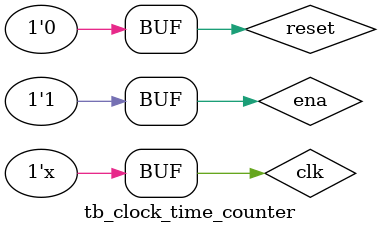
<source format=v>
`timescale 1ns / 1ps

module tb_clock_time_counter();

localparam CYCLE = 2;

reg clk, reset, ena;
wire pm;
wire [7:0] hh, mm, ss;

always #(CYCLE/2) clk = ~clk;

initial begin
    clk = 0;
    reset = 1;
    ena = 1;
    #(2 * CYCLE) reset = 0;
end

clock_time_counter uut(
    .clk(clk),
    .reset(reset),
    .ena(ena),
    .pm(pm),
    .hh(hh),
    .mm(mm),
    .ss(ss)
    ); 
endmodule

</source>
